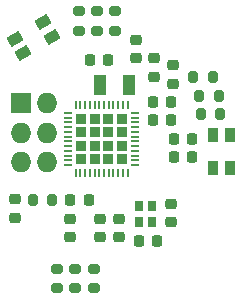
<source format=gbr>
%TF.GenerationSoftware,KiCad,Pcbnew,8.0.3*%
%TF.CreationDate,2024-11-08T22:06:30+02:00*%
%TF.ProjectId,Snowflake-Ornament,536e6f77-666c-4616-9b65-2d4f726e616d,rev?*%
%TF.SameCoordinates,Original*%
%TF.FileFunction,Paste,Top*%
%TF.FilePolarity,Positive*%
%FSLAX46Y46*%
G04 Gerber Fmt 4.6, Leading zero omitted, Abs format (unit mm)*
G04 Created by KiCad (PCBNEW 8.0.3) date 2024-11-08 22:06:30*
%MOMM*%
%LPD*%
G01*
G04 APERTURE LIST*
G04 Aperture macros list*
%AMRoundRect*
0 Rectangle with rounded corners*
0 $1 Rounding radius*
0 $2 $3 $4 $5 $6 $7 $8 $9 X,Y pos of 4 corners*
0 Add a 4 corners polygon primitive as box body*
4,1,4,$2,$3,$4,$5,$6,$7,$8,$9,$2,$3,0*
0 Add four circle primitives for the rounded corners*
1,1,$1+$1,$2,$3*
1,1,$1+$1,$4,$5*
1,1,$1+$1,$6,$7*
1,1,$1+$1,$8,$9*
0 Add four rect primitives between the rounded corners*
20,1,$1+$1,$2,$3,$4,$5,0*
20,1,$1+$1,$4,$5,$6,$7,0*
20,1,$1+$1,$6,$7,$8,$9,0*
20,1,$1+$1,$8,$9,$2,$3,0*%
%AMRotRect*
0 Rectangle, with rotation*
0 The origin of the aperture is its center*
0 $1 length*
0 $2 width*
0 $3 Rotation angle, in degrees counterclockwise*
0 Add horizontal line*
21,1,$1,$2,0,0,$3*%
G04 Aperture macros list end*
%ADD10RotRect,1.200000X0.900000X30.000000*%
%ADD11R,0.900000X1.200000*%
%ADD12RoundRect,0.225000X-0.250000X0.225000X-0.250000X-0.225000X0.250000X-0.225000X0.250000X0.225000X0*%
%ADD13RoundRect,0.225000X-0.225000X-0.250000X0.225000X-0.250000X0.225000X0.250000X-0.225000X0.250000X0*%
%ADD14RoundRect,0.225000X0.250000X-0.225000X0.250000X0.225000X-0.250000X0.225000X-0.250000X-0.225000X0*%
%ADD15RoundRect,0.218750X-0.218750X-0.256250X0.218750X-0.256250X0.218750X0.256250X-0.218750X0.256250X0*%
%ADD16RoundRect,0.218750X0.218750X0.256250X-0.218750X0.256250X-0.218750X-0.256250X0.218750X-0.256250X0*%
%ADD17RoundRect,0.225000X0.225000X0.250000X-0.225000X0.250000X-0.225000X-0.250000X0.225000X-0.250000X0*%
%ADD18R,0.900000X0.900000*%
%ADD19R,0.250000X0.680000*%
%ADD20R,0.680000X0.250000*%
%ADD21R,1.000000X1.800000*%
%ADD22RoundRect,0.200000X-0.200000X-0.275000X0.200000X-0.275000X0.200000X0.275000X-0.200000X0.275000X0*%
%ADD23R,0.800000X0.900000*%
%ADD24R,1.750000X1.750000*%
%ADD25O,1.750000X1.750000*%
%ADD26RoundRect,0.200000X0.275000X-0.200000X0.275000X0.200000X-0.275000X0.200000X-0.275000X-0.200000X0*%
%ADD27RoundRect,0.200000X-0.275000X0.200000X-0.275000X-0.200000X0.275000X-0.200000X0.275000X0.200000X0*%
G04 APERTURE END LIST*
D10*
%TO.C,D3*%
X201675064Y-90552132D03*
X202400065Y-91807869D03*
X204824936Y-90407868D03*
X204099935Y-89152131D03*
%TD*%
D11*
%TO.C,D1*%
X218485000Y-101480001D03*
X219935001Y-101480000D03*
X219935000Y-98679999D03*
X218484999Y-98680000D03*
%TD*%
D12*
%TO.C,C3*%
X206360000Y-105805000D03*
X206360000Y-107355000D03*
%TD*%
D13*
%TO.C,C7*%
X215165000Y-100590000D03*
X216715000Y-100590000D03*
%TD*%
D14*
%TO.C,C8*%
X215070000Y-94355000D03*
X215070000Y-92805000D03*
%TD*%
D15*
%TO.C,L1*%
X206362500Y-104190000D03*
X207937500Y-104190000D03*
%TD*%
%TO.C,L2*%
X215142500Y-99010000D03*
X216717500Y-99010000D03*
%TD*%
D16*
%TO.C,L3*%
X214957500Y-97480000D03*
X213382500Y-97480000D03*
%TD*%
D17*
%TO.C,C12*%
X209605000Y-92400000D03*
X208055000Y-92400000D03*
%TD*%
%TO.C,C1*%
X213725000Y-107650000D03*
X212175000Y-107650000D03*
%TD*%
D18*
%TO.C,U1*%
X210765000Y-97325000D03*
X209615000Y-97325000D03*
X208465000Y-97325000D03*
X207315000Y-97325000D03*
X210765000Y-98475000D03*
X209615000Y-98475000D03*
X208465000Y-98475000D03*
X207315000Y-98475000D03*
X210765000Y-99625000D03*
X209615000Y-99625000D03*
X208465000Y-99625000D03*
X207315000Y-99625000D03*
X210765000Y-100775000D03*
X209615000Y-100775000D03*
X208465000Y-100775000D03*
X207315000Y-100775000D03*
D19*
X211240000Y-96190000D03*
X210840000Y-96190000D03*
X210440000Y-96190000D03*
X210040000Y-96190000D03*
X209640000Y-96190000D03*
X209240000Y-96190000D03*
X208840000Y-96190000D03*
X208440000Y-96190000D03*
X208040000Y-96190000D03*
X207640000Y-96190000D03*
X207240000Y-96190000D03*
X206840000Y-96190000D03*
D20*
X206180000Y-96850000D03*
X206180000Y-97250000D03*
X206180000Y-97650000D03*
X206180000Y-98050000D03*
X206180000Y-98450000D03*
X206180000Y-98850000D03*
X206180000Y-99250000D03*
X206180000Y-99650000D03*
X206180000Y-100050000D03*
X206180000Y-100450000D03*
X206180000Y-100850000D03*
X206180000Y-101250000D03*
D19*
X206840000Y-101910000D03*
X207240000Y-101910000D03*
X207640000Y-101910000D03*
X208040000Y-101910000D03*
X208440000Y-101910000D03*
X208840000Y-101910000D03*
X209240000Y-101910000D03*
X209640000Y-101910000D03*
X210040000Y-101910000D03*
X210440000Y-101910000D03*
X210840000Y-101910000D03*
X211240000Y-101910000D03*
D20*
X211900000Y-101250000D03*
X211900000Y-100850000D03*
X211900000Y-100450000D03*
X211900000Y-100050000D03*
X211900000Y-99650000D03*
X211900000Y-99250000D03*
X211900000Y-98850000D03*
X211900000Y-98450000D03*
X211900000Y-98050000D03*
X211900000Y-97650000D03*
X211900000Y-97250000D03*
X211900000Y-96850000D03*
%TD*%
D13*
%TO.C,C13*%
X213395000Y-95930000D03*
X214945000Y-95930000D03*
%TD*%
D12*
%TO.C,C4*%
X210540000Y-105795000D03*
X210540000Y-107345000D03*
%TD*%
D14*
%TO.C,C11*%
X211960000Y-92185000D03*
X211960000Y-90635000D03*
%TD*%
D21*
%TO.C,Y2*%
X208900000Y-94480000D03*
X211400000Y-94480000D03*
%TD*%
D22*
%TO.C,R2*%
X216800002Y-93820000D03*
X218450000Y-93820000D03*
%TD*%
%TO.C,R3*%
X217325001Y-95380000D03*
X218974999Y-95380000D03*
%TD*%
D23*
%TO.C,Y1*%
X213290000Y-106100000D03*
X213290000Y-104700000D03*
X212190000Y-104700000D03*
X212190000Y-106100000D03*
%TD*%
D12*
%TO.C,C5*%
X208910000Y-105795000D03*
X208910000Y-107345000D03*
%TD*%
%TO.C,C2*%
X214900000Y-104535000D03*
X214900000Y-106085000D03*
%TD*%
%TO.C,C15*%
X201740000Y-104165000D03*
X201740000Y-105715000D03*
%TD*%
D22*
%TO.C,R1*%
X203225000Y-104200000D03*
X204875000Y-104200000D03*
%TD*%
D24*
%TO.C,J1*%
X202180000Y-96020000D03*
D25*
X202180000Y-98520000D03*
X202180001Y-101020000D03*
X204430000Y-96020000D03*
X204430000Y-98520000D03*
X204430000Y-101020000D03*
%TD*%
D22*
%TO.C,R4*%
X217415001Y-96960000D03*
X219064999Y-96960000D03*
%TD*%
D14*
%TO.C,C6*%
X213510000Y-93765000D03*
X213510000Y-92215000D03*
%TD*%
D26*
%TO.C,R8*%
X210170000Y-89895000D03*
X210170000Y-88245000D03*
%TD*%
D27*
%TO.C,R6*%
X206830000Y-110025000D03*
X206830000Y-111675000D03*
%TD*%
%TO.C,R5*%
X208380000Y-110015000D03*
X208380000Y-111665000D03*
%TD*%
D26*
%TO.C,R9*%
X208640000Y-89895000D03*
X208640000Y-88245000D03*
%TD*%
%TO.C,R10*%
X207090000Y-89895000D03*
X207090000Y-88245000D03*
%TD*%
D27*
%TO.C,R7*%
X205270000Y-110025000D03*
X205270000Y-111675000D03*
%TD*%
M02*

</source>
